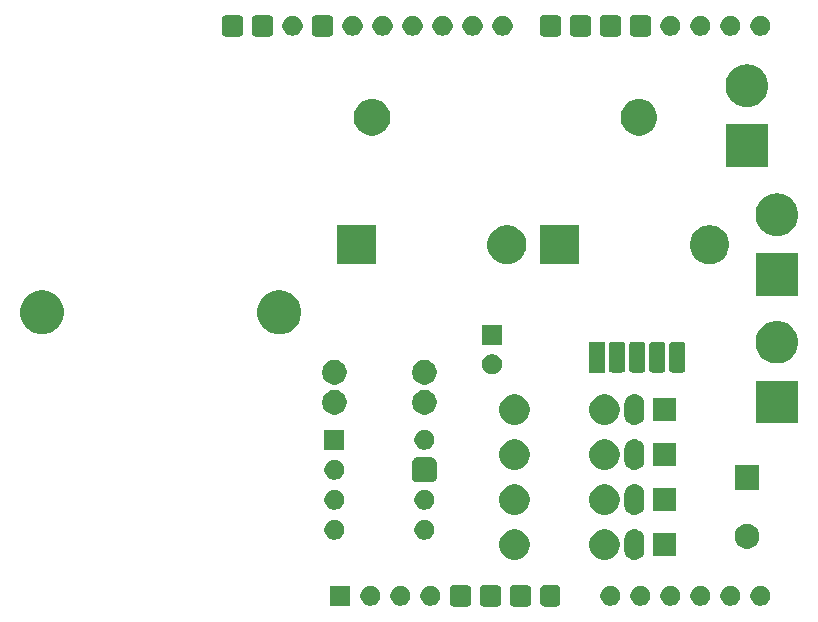
<source format=gts>
G04 #@! TF.GenerationSoftware,KiCad,Pcbnew,5.1.5+dfsg1-2build2*
G04 #@! TF.CreationDate,2020-11-09T00:04:35+01:00*
G04 #@! TF.ProjectId,power-supply,706f7765-722d-4737-9570-706c792e6b69,rev?*
G04 #@! TF.SameCoordinates,PX292dfe0PY1f3f830*
G04 #@! TF.FileFunction,Soldermask,Top*
G04 #@! TF.FilePolarity,Negative*
%FSLAX46Y46*%
G04 Gerber Fmt 4.6, Leading zero omitted, Abs format (unit mm)*
G04 Created by KiCad (PCBNEW 5.1.5+dfsg1-2build2) date 2020-11-09 00:04:35*
%MOMM*%
%LPD*%
G04 APERTURE LIST*
%ADD10C,0.100000*%
G04 APERTURE END LIST*
D10*
G36*
X43018529Y-50395240D02*
G01*
X43093072Y-50417853D01*
X43161784Y-50454580D01*
X43222001Y-50503999D01*
X43271420Y-50564216D01*
X43308147Y-50632928D01*
X43330760Y-50707471D01*
X43339000Y-50791140D01*
X43339000Y-51824860D01*
X43330760Y-51908529D01*
X43308147Y-51983072D01*
X43271420Y-52051784D01*
X43222001Y-52112001D01*
X43161784Y-52161420D01*
X43093072Y-52198147D01*
X43018529Y-52220760D01*
X42934860Y-52229000D01*
X41901140Y-52229000D01*
X41817471Y-52220760D01*
X41742928Y-52198147D01*
X41674216Y-52161420D01*
X41613999Y-52112001D01*
X41564580Y-52051784D01*
X41527853Y-51983072D01*
X41505240Y-51908529D01*
X41497000Y-51824860D01*
X41497000Y-50791140D01*
X41505240Y-50707471D01*
X41527853Y-50632928D01*
X41564580Y-50564216D01*
X41613999Y-50503999D01*
X41674216Y-50454580D01*
X41742928Y-50417853D01*
X41817471Y-50395240D01*
X41901140Y-50387000D01*
X42934860Y-50387000D01*
X43018529Y-50395240D01*
G37*
G36*
X45558529Y-50395240D02*
G01*
X45633072Y-50417853D01*
X45701784Y-50454580D01*
X45762001Y-50503999D01*
X45811420Y-50564216D01*
X45848147Y-50632928D01*
X45870760Y-50707471D01*
X45879000Y-50791140D01*
X45879000Y-51824860D01*
X45870760Y-51908529D01*
X45848147Y-51983072D01*
X45811420Y-52051784D01*
X45762001Y-52112001D01*
X45701784Y-52161420D01*
X45633072Y-52198147D01*
X45558529Y-52220760D01*
X45474860Y-52229000D01*
X44441140Y-52229000D01*
X44357471Y-52220760D01*
X44282928Y-52198147D01*
X44214216Y-52161420D01*
X44153999Y-52112001D01*
X44104580Y-52051784D01*
X44067853Y-51983072D01*
X44045240Y-51908529D01*
X44037000Y-51824860D01*
X44037000Y-50791140D01*
X44045240Y-50707471D01*
X44067853Y-50632928D01*
X44104580Y-50564216D01*
X44153999Y-50503999D01*
X44214216Y-50454580D01*
X44282928Y-50417853D01*
X44357471Y-50395240D01*
X44441140Y-50387000D01*
X45474860Y-50387000D01*
X45558529Y-50395240D01*
G37*
G36*
X40478529Y-50395240D02*
G01*
X40553072Y-50417853D01*
X40621784Y-50454580D01*
X40682001Y-50503999D01*
X40731420Y-50564216D01*
X40768147Y-50632928D01*
X40790760Y-50707471D01*
X40799000Y-50791140D01*
X40799000Y-51824860D01*
X40790760Y-51908529D01*
X40768147Y-51983072D01*
X40731420Y-52051784D01*
X40682001Y-52112001D01*
X40621784Y-52161420D01*
X40553072Y-52198147D01*
X40478529Y-52220760D01*
X40394860Y-52229000D01*
X39361140Y-52229000D01*
X39277471Y-52220760D01*
X39202928Y-52198147D01*
X39134216Y-52161420D01*
X39073999Y-52112001D01*
X39024580Y-52051784D01*
X38987853Y-51983072D01*
X38965240Y-51908529D01*
X38957000Y-51824860D01*
X38957000Y-50791140D01*
X38965240Y-50707471D01*
X38987853Y-50632928D01*
X39024580Y-50564216D01*
X39073999Y-50503999D01*
X39134216Y-50454580D01*
X39202928Y-50417853D01*
X39277471Y-50395240D01*
X39361140Y-50387000D01*
X40394860Y-50387000D01*
X40478529Y-50395240D01*
G37*
G36*
X48056698Y-50394568D02*
G01*
X48124685Y-50415192D01*
X48187335Y-50448679D01*
X48242252Y-50493748D01*
X48287321Y-50548665D01*
X48320808Y-50611315D01*
X48341432Y-50679302D01*
X48349000Y-50756140D01*
X48349000Y-51859860D01*
X48341432Y-51936698D01*
X48320808Y-52004685D01*
X48287321Y-52067335D01*
X48242252Y-52122252D01*
X48187335Y-52167321D01*
X48124685Y-52200808D01*
X48056698Y-52221432D01*
X47979860Y-52229000D01*
X47016140Y-52229000D01*
X46939302Y-52221432D01*
X46871315Y-52200808D01*
X46808665Y-52167321D01*
X46753748Y-52122252D01*
X46708679Y-52067335D01*
X46675192Y-52004685D01*
X46654568Y-51936698D01*
X46647000Y-51859860D01*
X46647000Y-50756140D01*
X46654568Y-50679302D01*
X46675192Y-50611315D01*
X46708679Y-50548665D01*
X46753748Y-50493748D01*
X46808665Y-50448679D01*
X46871315Y-50415192D01*
X46939302Y-50394568D01*
X47016140Y-50387000D01*
X47979860Y-50387000D01*
X48056698Y-50394568D01*
G37*
G36*
X37586228Y-50489703D02*
G01*
X37741100Y-50553853D01*
X37880481Y-50646985D01*
X37999015Y-50765519D01*
X38092147Y-50904900D01*
X38156297Y-51059772D01*
X38189000Y-51224184D01*
X38189000Y-51391816D01*
X38156297Y-51556228D01*
X38092147Y-51711100D01*
X37999015Y-51850481D01*
X37880481Y-51969015D01*
X37741100Y-52062147D01*
X37586228Y-52126297D01*
X37421816Y-52159000D01*
X37254184Y-52159000D01*
X37089772Y-52126297D01*
X36934900Y-52062147D01*
X36795519Y-51969015D01*
X36676985Y-51850481D01*
X36583853Y-51711100D01*
X36519703Y-51556228D01*
X36487000Y-51391816D01*
X36487000Y-51224184D01*
X36519703Y-51059772D01*
X36583853Y-50904900D01*
X36676985Y-50765519D01*
X36795519Y-50646985D01*
X36934900Y-50553853D01*
X37089772Y-50489703D01*
X37254184Y-50457000D01*
X37421816Y-50457000D01*
X37586228Y-50489703D01*
G37*
G36*
X55366228Y-50489703D02*
G01*
X55521100Y-50553853D01*
X55660481Y-50646985D01*
X55779015Y-50765519D01*
X55872147Y-50904900D01*
X55936297Y-51059772D01*
X55969000Y-51224184D01*
X55969000Y-51391816D01*
X55936297Y-51556228D01*
X55872147Y-51711100D01*
X55779015Y-51850481D01*
X55660481Y-51969015D01*
X55521100Y-52062147D01*
X55366228Y-52126297D01*
X55201816Y-52159000D01*
X55034184Y-52159000D01*
X54869772Y-52126297D01*
X54714900Y-52062147D01*
X54575519Y-51969015D01*
X54456985Y-51850481D01*
X54363853Y-51711100D01*
X54299703Y-51556228D01*
X54267000Y-51391816D01*
X54267000Y-51224184D01*
X54299703Y-51059772D01*
X54363853Y-50904900D01*
X54456985Y-50765519D01*
X54575519Y-50646985D01*
X54714900Y-50553853D01*
X54869772Y-50489703D01*
X55034184Y-50457000D01*
X55201816Y-50457000D01*
X55366228Y-50489703D01*
G37*
G36*
X35046228Y-50489703D02*
G01*
X35201100Y-50553853D01*
X35340481Y-50646985D01*
X35459015Y-50765519D01*
X35552147Y-50904900D01*
X35616297Y-51059772D01*
X35649000Y-51224184D01*
X35649000Y-51391816D01*
X35616297Y-51556228D01*
X35552147Y-51711100D01*
X35459015Y-51850481D01*
X35340481Y-51969015D01*
X35201100Y-52062147D01*
X35046228Y-52126297D01*
X34881816Y-52159000D01*
X34714184Y-52159000D01*
X34549772Y-52126297D01*
X34394900Y-52062147D01*
X34255519Y-51969015D01*
X34136985Y-51850481D01*
X34043853Y-51711100D01*
X33979703Y-51556228D01*
X33947000Y-51391816D01*
X33947000Y-51224184D01*
X33979703Y-51059772D01*
X34043853Y-50904900D01*
X34136985Y-50765519D01*
X34255519Y-50646985D01*
X34394900Y-50553853D01*
X34549772Y-50489703D01*
X34714184Y-50457000D01*
X34881816Y-50457000D01*
X35046228Y-50489703D01*
G37*
G36*
X57906228Y-50489703D02*
G01*
X58061100Y-50553853D01*
X58200481Y-50646985D01*
X58319015Y-50765519D01*
X58412147Y-50904900D01*
X58476297Y-51059772D01*
X58509000Y-51224184D01*
X58509000Y-51391816D01*
X58476297Y-51556228D01*
X58412147Y-51711100D01*
X58319015Y-51850481D01*
X58200481Y-51969015D01*
X58061100Y-52062147D01*
X57906228Y-52126297D01*
X57741816Y-52159000D01*
X57574184Y-52159000D01*
X57409772Y-52126297D01*
X57254900Y-52062147D01*
X57115519Y-51969015D01*
X56996985Y-51850481D01*
X56903853Y-51711100D01*
X56839703Y-51556228D01*
X56807000Y-51391816D01*
X56807000Y-51224184D01*
X56839703Y-51059772D01*
X56903853Y-50904900D01*
X56996985Y-50765519D01*
X57115519Y-50646985D01*
X57254900Y-50553853D01*
X57409772Y-50489703D01*
X57574184Y-50457000D01*
X57741816Y-50457000D01*
X57906228Y-50489703D01*
G37*
G36*
X32506228Y-50489703D02*
G01*
X32661100Y-50553853D01*
X32800481Y-50646985D01*
X32919015Y-50765519D01*
X33012147Y-50904900D01*
X33076297Y-51059772D01*
X33109000Y-51224184D01*
X33109000Y-51391816D01*
X33076297Y-51556228D01*
X33012147Y-51711100D01*
X32919015Y-51850481D01*
X32800481Y-51969015D01*
X32661100Y-52062147D01*
X32506228Y-52126297D01*
X32341816Y-52159000D01*
X32174184Y-52159000D01*
X32009772Y-52126297D01*
X31854900Y-52062147D01*
X31715519Y-51969015D01*
X31596985Y-51850481D01*
X31503853Y-51711100D01*
X31439703Y-51556228D01*
X31407000Y-51391816D01*
X31407000Y-51224184D01*
X31439703Y-51059772D01*
X31503853Y-50904900D01*
X31596985Y-50765519D01*
X31715519Y-50646985D01*
X31854900Y-50553853D01*
X32009772Y-50489703D01*
X32174184Y-50457000D01*
X32341816Y-50457000D01*
X32506228Y-50489703D01*
G37*
G36*
X30569000Y-52159000D02*
G01*
X28867000Y-52159000D01*
X28867000Y-50457000D01*
X30569000Y-50457000D01*
X30569000Y-52159000D01*
G37*
G36*
X65526228Y-50489703D02*
G01*
X65681100Y-50553853D01*
X65820481Y-50646985D01*
X65939015Y-50765519D01*
X66032147Y-50904900D01*
X66096297Y-51059772D01*
X66129000Y-51224184D01*
X66129000Y-51391816D01*
X66096297Y-51556228D01*
X66032147Y-51711100D01*
X65939015Y-51850481D01*
X65820481Y-51969015D01*
X65681100Y-52062147D01*
X65526228Y-52126297D01*
X65361816Y-52159000D01*
X65194184Y-52159000D01*
X65029772Y-52126297D01*
X64874900Y-52062147D01*
X64735519Y-51969015D01*
X64616985Y-51850481D01*
X64523853Y-51711100D01*
X64459703Y-51556228D01*
X64427000Y-51391816D01*
X64427000Y-51224184D01*
X64459703Y-51059772D01*
X64523853Y-50904900D01*
X64616985Y-50765519D01*
X64735519Y-50646985D01*
X64874900Y-50553853D01*
X65029772Y-50489703D01*
X65194184Y-50457000D01*
X65361816Y-50457000D01*
X65526228Y-50489703D01*
G37*
G36*
X60446228Y-50489703D02*
G01*
X60601100Y-50553853D01*
X60740481Y-50646985D01*
X60859015Y-50765519D01*
X60952147Y-50904900D01*
X61016297Y-51059772D01*
X61049000Y-51224184D01*
X61049000Y-51391816D01*
X61016297Y-51556228D01*
X60952147Y-51711100D01*
X60859015Y-51850481D01*
X60740481Y-51969015D01*
X60601100Y-52062147D01*
X60446228Y-52126297D01*
X60281816Y-52159000D01*
X60114184Y-52159000D01*
X59949772Y-52126297D01*
X59794900Y-52062147D01*
X59655519Y-51969015D01*
X59536985Y-51850481D01*
X59443853Y-51711100D01*
X59379703Y-51556228D01*
X59347000Y-51391816D01*
X59347000Y-51224184D01*
X59379703Y-51059772D01*
X59443853Y-50904900D01*
X59536985Y-50765519D01*
X59655519Y-50646985D01*
X59794900Y-50553853D01*
X59949772Y-50489703D01*
X60114184Y-50457000D01*
X60281816Y-50457000D01*
X60446228Y-50489703D01*
G37*
G36*
X62986228Y-50489703D02*
G01*
X63141100Y-50553853D01*
X63280481Y-50646985D01*
X63399015Y-50765519D01*
X63492147Y-50904900D01*
X63556297Y-51059772D01*
X63589000Y-51224184D01*
X63589000Y-51391816D01*
X63556297Y-51556228D01*
X63492147Y-51711100D01*
X63399015Y-51850481D01*
X63280481Y-51969015D01*
X63141100Y-52062147D01*
X62986228Y-52126297D01*
X62821816Y-52159000D01*
X62654184Y-52159000D01*
X62489772Y-52126297D01*
X62334900Y-52062147D01*
X62195519Y-51969015D01*
X62076985Y-51850481D01*
X61983853Y-51711100D01*
X61919703Y-51556228D01*
X61887000Y-51391816D01*
X61887000Y-51224184D01*
X61919703Y-51059772D01*
X61983853Y-50904900D01*
X62076985Y-50765519D01*
X62195519Y-50646985D01*
X62334900Y-50553853D01*
X62489772Y-50489703D01*
X62654184Y-50457000D01*
X62821816Y-50457000D01*
X62986228Y-50489703D01*
G37*
G36*
X52826228Y-50489703D02*
G01*
X52981100Y-50553853D01*
X53120481Y-50646985D01*
X53239015Y-50765519D01*
X53332147Y-50904900D01*
X53396297Y-51059772D01*
X53429000Y-51224184D01*
X53429000Y-51391816D01*
X53396297Y-51556228D01*
X53332147Y-51711100D01*
X53239015Y-51850481D01*
X53120481Y-51969015D01*
X52981100Y-52062147D01*
X52826228Y-52126297D01*
X52661816Y-52159000D01*
X52494184Y-52159000D01*
X52329772Y-52126297D01*
X52174900Y-52062147D01*
X52035519Y-51969015D01*
X51916985Y-51850481D01*
X51823853Y-51711100D01*
X51759703Y-51556228D01*
X51727000Y-51391816D01*
X51727000Y-51224184D01*
X51759703Y-51059772D01*
X51823853Y-50904900D01*
X51916985Y-50765519D01*
X52035519Y-50646985D01*
X52174900Y-50553853D01*
X52329772Y-50489703D01*
X52494184Y-50457000D01*
X52661816Y-50457000D01*
X52826228Y-50489703D01*
G37*
G36*
X54776823Y-45701313D02*
G01*
X54937242Y-45749976D01*
X55037969Y-45803816D01*
X55085078Y-45828996D01*
X55214659Y-45935341D01*
X55321004Y-46064922D01*
X55321005Y-46064924D01*
X55400024Y-46212758D01*
X55448687Y-46373177D01*
X55461000Y-46498197D01*
X55461000Y-47481804D01*
X55448687Y-47606823D01*
X55400024Y-47767242D01*
X55329114Y-47899906D01*
X55321004Y-47915078D01*
X55299730Y-47941000D01*
X55214659Y-48044659D01*
X55085077Y-48151005D01*
X54937241Y-48230024D01*
X54776822Y-48278687D01*
X54610000Y-48295117D01*
X54443177Y-48278687D01*
X54282758Y-48230024D01*
X54134924Y-48151005D01*
X54134922Y-48151004D01*
X54005341Y-48044659D01*
X53920270Y-47941000D01*
X53898995Y-47915077D01*
X53819976Y-47767241D01*
X53771313Y-47606822D01*
X53759000Y-47481803D01*
X53759000Y-46498197D01*
X53771314Y-46373177D01*
X53819977Y-46212758D01*
X53898996Y-46064924D01*
X53898997Y-46064922D01*
X54005342Y-45935341D01*
X54134923Y-45828996D01*
X54182032Y-45803816D01*
X54282759Y-45749976D01*
X54443178Y-45701313D01*
X54610000Y-45684883D01*
X54776823Y-45701313D01*
G37*
G36*
X52449487Y-45738996D02*
G01*
X52686253Y-45837068D01*
X52686255Y-45837069D01*
X52882549Y-45968228D01*
X52899339Y-45979447D01*
X53080553Y-46160661D01*
X53222932Y-46373747D01*
X53321004Y-46610513D01*
X53371000Y-46861861D01*
X53371000Y-47118139D01*
X53321004Y-47369487D01*
X53222932Y-47606253D01*
X53222931Y-47606255D01*
X53080553Y-47819339D01*
X52899339Y-48000553D01*
X52686255Y-48142931D01*
X52686254Y-48142932D01*
X52686253Y-48142932D01*
X52449487Y-48241004D01*
X52198139Y-48291000D01*
X51941861Y-48291000D01*
X51690513Y-48241004D01*
X51453747Y-48142932D01*
X51453746Y-48142932D01*
X51453745Y-48142931D01*
X51240661Y-48000553D01*
X51059447Y-47819339D01*
X50917069Y-47606255D01*
X50917068Y-47606253D01*
X50818996Y-47369487D01*
X50769000Y-47118139D01*
X50769000Y-46861861D01*
X50818996Y-46610513D01*
X50917068Y-46373747D01*
X51059447Y-46160661D01*
X51240661Y-45979447D01*
X51257451Y-45968228D01*
X51453745Y-45837069D01*
X51453747Y-45837068D01*
X51690513Y-45738996D01*
X51941861Y-45689000D01*
X52198139Y-45689000D01*
X52449487Y-45738996D01*
G37*
G36*
X44829487Y-45738996D02*
G01*
X45066253Y-45837068D01*
X45066255Y-45837069D01*
X45262549Y-45968228D01*
X45279339Y-45979447D01*
X45460553Y-46160661D01*
X45602932Y-46373747D01*
X45701004Y-46610513D01*
X45751000Y-46861861D01*
X45751000Y-47118139D01*
X45701004Y-47369487D01*
X45602932Y-47606253D01*
X45602931Y-47606255D01*
X45460553Y-47819339D01*
X45279339Y-48000553D01*
X45066255Y-48142931D01*
X45066254Y-48142932D01*
X45066253Y-48142932D01*
X44829487Y-48241004D01*
X44578139Y-48291000D01*
X44321861Y-48291000D01*
X44070513Y-48241004D01*
X43833747Y-48142932D01*
X43833746Y-48142932D01*
X43833745Y-48142931D01*
X43620661Y-48000553D01*
X43439447Y-47819339D01*
X43297069Y-47606255D01*
X43297068Y-47606253D01*
X43198996Y-47369487D01*
X43149000Y-47118139D01*
X43149000Y-46861861D01*
X43198996Y-46610513D01*
X43297068Y-46373747D01*
X43439447Y-46160661D01*
X43620661Y-45979447D01*
X43637451Y-45968228D01*
X43833745Y-45837069D01*
X43833747Y-45837068D01*
X44070513Y-45738996D01*
X44321861Y-45689000D01*
X44578139Y-45689000D01*
X44829487Y-45738996D01*
G37*
G36*
X58101000Y-47941000D02*
G01*
X56199000Y-47941000D01*
X56199000Y-46039000D01*
X58101000Y-46039000D01*
X58101000Y-47941000D01*
G37*
G36*
X64441564Y-45264389D02*
G01*
X64568344Y-45316903D01*
X64632835Y-45343616D01*
X64804973Y-45458635D01*
X64951365Y-45605027D01*
X65066385Y-45777167D01*
X65145611Y-45968436D01*
X65186000Y-46171484D01*
X65186000Y-46378516D01*
X65145611Y-46581564D01*
X65066385Y-46772833D01*
X65066384Y-46772835D01*
X64951365Y-46944973D01*
X64804973Y-47091365D01*
X64632835Y-47206384D01*
X64632834Y-47206385D01*
X64632833Y-47206385D01*
X64441564Y-47285611D01*
X64238516Y-47326000D01*
X64031484Y-47326000D01*
X63828436Y-47285611D01*
X63637167Y-47206385D01*
X63637166Y-47206385D01*
X63637165Y-47206384D01*
X63465027Y-47091365D01*
X63318635Y-46944973D01*
X63203616Y-46772835D01*
X63203615Y-46772833D01*
X63124389Y-46581564D01*
X63084000Y-46378516D01*
X63084000Y-46171484D01*
X63124389Y-45968436D01*
X63203615Y-45777167D01*
X63318635Y-45605027D01*
X63465027Y-45458635D01*
X63637165Y-45343616D01*
X63701656Y-45316903D01*
X63828436Y-45264389D01*
X64031484Y-45224000D01*
X64238516Y-45224000D01*
X64441564Y-45264389D01*
G37*
G36*
X37078228Y-44901703D02*
G01*
X37233100Y-44965853D01*
X37372481Y-45058985D01*
X37491015Y-45177519D01*
X37584147Y-45316900D01*
X37648297Y-45471772D01*
X37681000Y-45636184D01*
X37681000Y-45803816D01*
X37648297Y-45968228D01*
X37584147Y-46123100D01*
X37491015Y-46262481D01*
X37372481Y-46381015D01*
X37233100Y-46474147D01*
X37078228Y-46538297D01*
X36913816Y-46571000D01*
X36746184Y-46571000D01*
X36581772Y-46538297D01*
X36426900Y-46474147D01*
X36287519Y-46381015D01*
X36168985Y-46262481D01*
X36075853Y-46123100D01*
X36011703Y-45968228D01*
X35979000Y-45803816D01*
X35979000Y-45636184D01*
X36011703Y-45471772D01*
X36075853Y-45316900D01*
X36168985Y-45177519D01*
X36287519Y-45058985D01*
X36426900Y-44965853D01*
X36581772Y-44901703D01*
X36746184Y-44869000D01*
X36913816Y-44869000D01*
X37078228Y-44901703D01*
G37*
G36*
X29458228Y-44901703D02*
G01*
X29613100Y-44965853D01*
X29752481Y-45058985D01*
X29871015Y-45177519D01*
X29964147Y-45316900D01*
X30028297Y-45471772D01*
X30061000Y-45636184D01*
X30061000Y-45803816D01*
X30028297Y-45968228D01*
X29964147Y-46123100D01*
X29871015Y-46262481D01*
X29752481Y-46381015D01*
X29613100Y-46474147D01*
X29458228Y-46538297D01*
X29293816Y-46571000D01*
X29126184Y-46571000D01*
X28961772Y-46538297D01*
X28806900Y-46474147D01*
X28667519Y-46381015D01*
X28548985Y-46262481D01*
X28455853Y-46123100D01*
X28391703Y-45968228D01*
X28359000Y-45803816D01*
X28359000Y-45636184D01*
X28391703Y-45471772D01*
X28455853Y-45316900D01*
X28548985Y-45177519D01*
X28667519Y-45058985D01*
X28806900Y-44965853D01*
X28961772Y-44901703D01*
X29126184Y-44869000D01*
X29293816Y-44869000D01*
X29458228Y-44901703D01*
G37*
G36*
X54776823Y-41891313D02*
G01*
X54937242Y-41939976D01*
X55069906Y-42010886D01*
X55085078Y-42018996D01*
X55214659Y-42125341D01*
X55321004Y-42254922D01*
X55321005Y-42254924D01*
X55400024Y-42402758D01*
X55448687Y-42563177D01*
X55461000Y-42688197D01*
X55461000Y-43671804D01*
X55448687Y-43796823D01*
X55400024Y-43957242D01*
X55360599Y-44031000D01*
X55321004Y-44105078D01*
X55299730Y-44131000D01*
X55214659Y-44234659D01*
X55085077Y-44341005D01*
X54937241Y-44420024D01*
X54776822Y-44468687D01*
X54610000Y-44485117D01*
X54443177Y-44468687D01*
X54282758Y-44420024D01*
X54134924Y-44341005D01*
X54134922Y-44341004D01*
X54005341Y-44234659D01*
X53920270Y-44131000D01*
X53898995Y-44105077D01*
X53819976Y-43957241D01*
X53771313Y-43796822D01*
X53759000Y-43671803D01*
X53759000Y-42688197D01*
X53771314Y-42563177D01*
X53819977Y-42402758D01*
X53898996Y-42254924D01*
X53898997Y-42254922D01*
X54005342Y-42125341D01*
X54134923Y-42018996D01*
X54150095Y-42010886D01*
X54282759Y-41939976D01*
X54443178Y-41891313D01*
X54610000Y-41874883D01*
X54776823Y-41891313D01*
G37*
G36*
X52449487Y-41928996D02*
G01*
X52686253Y-42027068D01*
X52686255Y-42027069D01*
X52899339Y-42169447D01*
X53080553Y-42350661D01*
X53222932Y-42563747D01*
X53321004Y-42800513D01*
X53371000Y-43051861D01*
X53371000Y-43308139D01*
X53321004Y-43559487D01*
X53253490Y-43722480D01*
X53222931Y-43796255D01*
X53080553Y-44009339D01*
X52899339Y-44190553D01*
X52686255Y-44332931D01*
X52686254Y-44332932D01*
X52686253Y-44332932D01*
X52449487Y-44431004D01*
X52198139Y-44481000D01*
X51941861Y-44481000D01*
X51690513Y-44431004D01*
X51453747Y-44332932D01*
X51453746Y-44332932D01*
X51453745Y-44332931D01*
X51240661Y-44190553D01*
X51059447Y-44009339D01*
X50917069Y-43796255D01*
X50886510Y-43722480D01*
X50818996Y-43559487D01*
X50769000Y-43308139D01*
X50769000Y-43051861D01*
X50818996Y-42800513D01*
X50917068Y-42563747D01*
X51059447Y-42350661D01*
X51240661Y-42169447D01*
X51453745Y-42027069D01*
X51453747Y-42027068D01*
X51690513Y-41928996D01*
X51941861Y-41879000D01*
X52198139Y-41879000D01*
X52449487Y-41928996D01*
G37*
G36*
X44829487Y-41928996D02*
G01*
X45066253Y-42027068D01*
X45066255Y-42027069D01*
X45279339Y-42169447D01*
X45460553Y-42350661D01*
X45602932Y-42563747D01*
X45701004Y-42800513D01*
X45751000Y-43051861D01*
X45751000Y-43308139D01*
X45701004Y-43559487D01*
X45633490Y-43722480D01*
X45602931Y-43796255D01*
X45460553Y-44009339D01*
X45279339Y-44190553D01*
X45066255Y-44332931D01*
X45066254Y-44332932D01*
X45066253Y-44332932D01*
X44829487Y-44431004D01*
X44578139Y-44481000D01*
X44321861Y-44481000D01*
X44070513Y-44431004D01*
X43833747Y-44332932D01*
X43833746Y-44332932D01*
X43833745Y-44332931D01*
X43620661Y-44190553D01*
X43439447Y-44009339D01*
X43297069Y-43796255D01*
X43266510Y-43722480D01*
X43198996Y-43559487D01*
X43149000Y-43308139D01*
X43149000Y-43051861D01*
X43198996Y-42800513D01*
X43297068Y-42563747D01*
X43439447Y-42350661D01*
X43620661Y-42169447D01*
X43833745Y-42027069D01*
X43833747Y-42027068D01*
X44070513Y-41928996D01*
X44321861Y-41879000D01*
X44578139Y-41879000D01*
X44829487Y-41928996D01*
G37*
G36*
X58101000Y-44131000D02*
G01*
X56199000Y-44131000D01*
X56199000Y-42229000D01*
X58101000Y-42229000D01*
X58101000Y-44131000D01*
G37*
G36*
X37078228Y-42361703D02*
G01*
X37233100Y-42425853D01*
X37372481Y-42518985D01*
X37491015Y-42637519D01*
X37584147Y-42776900D01*
X37648297Y-42931772D01*
X37681000Y-43096184D01*
X37681000Y-43263816D01*
X37648297Y-43428228D01*
X37584147Y-43583100D01*
X37491015Y-43722481D01*
X37372481Y-43841015D01*
X37233100Y-43934147D01*
X37078228Y-43998297D01*
X36913816Y-44031000D01*
X36746184Y-44031000D01*
X36581772Y-43998297D01*
X36426900Y-43934147D01*
X36287519Y-43841015D01*
X36168985Y-43722481D01*
X36075853Y-43583100D01*
X36011703Y-43428228D01*
X35979000Y-43263816D01*
X35979000Y-43096184D01*
X36011703Y-42931772D01*
X36075853Y-42776900D01*
X36168985Y-42637519D01*
X36287519Y-42518985D01*
X36426900Y-42425853D01*
X36581772Y-42361703D01*
X36746184Y-42329000D01*
X36913816Y-42329000D01*
X37078228Y-42361703D01*
G37*
G36*
X29458228Y-42361703D02*
G01*
X29613100Y-42425853D01*
X29752481Y-42518985D01*
X29871015Y-42637519D01*
X29964147Y-42776900D01*
X30028297Y-42931772D01*
X30061000Y-43096184D01*
X30061000Y-43263816D01*
X30028297Y-43428228D01*
X29964147Y-43583100D01*
X29871015Y-43722481D01*
X29752481Y-43841015D01*
X29613100Y-43934147D01*
X29458228Y-43998297D01*
X29293816Y-44031000D01*
X29126184Y-44031000D01*
X28961772Y-43998297D01*
X28806900Y-43934147D01*
X28667519Y-43841015D01*
X28548985Y-43722481D01*
X28455853Y-43583100D01*
X28391703Y-43428228D01*
X28359000Y-43263816D01*
X28359000Y-43096184D01*
X28391703Y-42931772D01*
X28455853Y-42776900D01*
X28548985Y-42637519D01*
X28667519Y-42518985D01*
X28806900Y-42425853D01*
X28961772Y-42361703D01*
X29126184Y-42329000D01*
X29293816Y-42329000D01*
X29458228Y-42361703D01*
G37*
G36*
X65186000Y-42326000D02*
G01*
X63084000Y-42326000D01*
X63084000Y-40224000D01*
X65186000Y-40224000D01*
X65186000Y-42326000D01*
G37*
G36*
X37508210Y-39598489D02*
G01*
X37594950Y-39624802D01*
X37674889Y-39667530D01*
X37744962Y-39725038D01*
X37802470Y-39795111D01*
X37845198Y-39875050D01*
X37871511Y-39961790D01*
X37881000Y-40058140D01*
X37881000Y-41221860D01*
X37871511Y-41318210D01*
X37845198Y-41404950D01*
X37802470Y-41484889D01*
X37744962Y-41554962D01*
X37674889Y-41612470D01*
X37594950Y-41655198D01*
X37508210Y-41681511D01*
X37411860Y-41691000D01*
X36248140Y-41691000D01*
X36151790Y-41681511D01*
X36065050Y-41655198D01*
X35985111Y-41612470D01*
X35915038Y-41554962D01*
X35857530Y-41484889D01*
X35814802Y-41404950D01*
X35788489Y-41318210D01*
X35779000Y-41221860D01*
X35779000Y-40058140D01*
X35788489Y-39961790D01*
X35814802Y-39875050D01*
X35857530Y-39795111D01*
X35915038Y-39725038D01*
X35985111Y-39667530D01*
X36065050Y-39624802D01*
X36151790Y-39598489D01*
X36248140Y-39589000D01*
X37411860Y-39589000D01*
X37508210Y-39598489D01*
G37*
G36*
X29458228Y-39821703D02*
G01*
X29613100Y-39885853D01*
X29752481Y-39978985D01*
X29871015Y-40097519D01*
X29964147Y-40236900D01*
X30028297Y-40391772D01*
X30061000Y-40556184D01*
X30061000Y-40723816D01*
X30028297Y-40888228D01*
X29964147Y-41043100D01*
X29871015Y-41182481D01*
X29752481Y-41301015D01*
X29613100Y-41394147D01*
X29458228Y-41458297D01*
X29293816Y-41491000D01*
X29126184Y-41491000D01*
X28961772Y-41458297D01*
X28806900Y-41394147D01*
X28667519Y-41301015D01*
X28548985Y-41182481D01*
X28455853Y-41043100D01*
X28391703Y-40888228D01*
X28359000Y-40723816D01*
X28359000Y-40556184D01*
X28391703Y-40391772D01*
X28455853Y-40236900D01*
X28548985Y-40097519D01*
X28667519Y-39978985D01*
X28806900Y-39885853D01*
X28961772Y-39821703D01*
X29126184Y-39789000D01*
X29293816Y-39789000D01*
X29458228Y-39821703D01*
G37*
G36*
X54776823Y-38081313D02*
G01*
X54937242Y-38129976D01*
X55037969Y-38183816D01*
X55085078Y-38208996D01*
X55214659Y-38315341D01*
X55321004Y-38444922D01*
X55321005Y-38444924D01*
X55400024Y-38592758D01*
X55448687Y-38753177D01*
X55461000Y-38878197D01*
X55461000Y-39861804D01*
X55448687Y-39986823D01*
X55400024Y-40147242D01*
X55358996Y-40224000D01*
X55321004Y-40295078D01*
X55241649Y-40391772D01*
X55214659Y-40424659D01*
X55085077Y-40531005D01*
X54937241Y-40610024D01*
X54776822Y-40658687D01*
X54610000Y-40675117D01*
X54443177Y-40658687D01*
X54282758Y-40610024D01*
X54134924Y-40531005D01*
X54134922Y-40531004D01*
X54005341Y-40424659D01*
X53978351Y-40391772D01*
X53898995Y-40295077D01*
X53819976Y-40147241D01*
X53771313Y-39986822D01*
X53759000Y-39861803D01*
X53759000Y-38878197D01*
X53771314Y-38753177D01*
X53819977Y-38592758D01*
X53898996Y-38444924D01*
X53898997Y-38444922D01*
X54005342Y-38315341D01*
X54134923Y-38208996D01*
X54182032Y-38183816D01*
X54282759Y-38129976D01*
X54443178Y-38081313D01*
X54610000Y-38064883D01*
X54776823Y-38081313D01*
G37*
G36*
X52449487Y-38118996D02*
G01*
X52686253Y-38217068D01*
X52686255Y-38217069D01*
X52882549Y-38348228D01*
X52899339Y-38359447D01*
X53080553Y-38540661D01*
X53222932Y-38753747D01*
X53321004Y-38990513D01*
X53371000Y-39241861D01*
X53371000Y-39498139D01*
X53321004Y-39749487D01*
X53222932Y-39986253D01*
X53222931Y-39986255D01*
X53080553Y-40199339D01*
X52899339Y-40380553D01*
X52686255Y-40522931D01*
X52686254Y-40522932D01*
X52686253Y-40522932D01*
X52449487Y-40621004D01*
X52198139Y-40671000D01*
X51941861Y-40671000D01*
X51690513Y-40621004D01*
X51453747Y-40522932D01*
X51453746Y-40522932D01*
X51453745Y-40522931D01*
X51240661Y-40380553D01*
X51059447Y-40199339D01*
X50917069Y-39986255D01*
X50917068Y-39986253D01*
X50818996Y-39749487D01*
X50769000Y-39498139D01*
X50769000Y-39241861D01*
X50818996Y-38990513D01*
X50917068Y-38753747D01*
X51059447Y-38540661D01*
X51240661Y-38359447D01*
X51257451Y-38348228D01*
X51453745Y-38217069D01*
X51453747Y-38217068D01*
X51690513Y-38118996D01*
X51941861Y-38069000D01*
X52198139Y-38069000D01*
X52449487Y-38118996D01*
G37*
G36*
X44829487Y-38118996D02*
G01*
X45066253Y-38217068D01*
X45066255Y-38217069D01*
X45262549Y-38348228D01*
X45279339Y-38359447D01*
X45460553Y-38540661D01*
X45602932Y-38753747D01*
X45701004Y-38990513D01*
X45751000Y-39241861D01*
X45751000Y-39498139D01*
X45701004Y-39749487D01*
X45602932Y-39986253D01*
X45602931Y-39986255D01*
X45460553Y-40199339D01*
X45279339Y-40380553D01*
X45066255Y-40522931D01*
X45066254Y-40522932D01*
X45066253Y-40522932D01*
X44829487Y-40621004D01*
X44578139Y-40671000D01*
X44321861Y-40671000D01*
X44070513Y-40621004D01*
X43833747Y-40522932D01*
X43833746Y-40522932D01*
X43833745Y-40522931D01*
X43620661Y-40380553D01*
X43439447Y-40199339D01*
X43297069Y-39986255D01*
X43297068Y-39986253D01*
X43198996Y-39749487D01*
X43149000Y-39498139D01*
X43149000Y-39241861D01*
X43198996Y-38990513D01*
X43297068Y-38753747D01*
X43439447Y-38540661D01*
X43620661Y-38359447D01*
X43637451Y-38348228D01*
X43833745Y-38217069D01*
X43833747Y-38217068D01*
X44070513Y-38118996D01*
X44321861Y-38069000D01*
X44578139Y-38069000D01*
X44829487Y-38118996D01*
G37*
G36*
X58101000Y-40321000D02*
G01*
X56199000Y-40321000D01*
X56199000Y-38419000D01*
X58101000Y-38419000D01*
X58101000Y-40321000D01*
G37*
G36*
X37078228Y-37281703D02*
G01*
X37233100Y-37345853D01*
X37372481Y-37438985D01*
X37491015Y-37557519D01*
X37584147Y-37696900D01*
X37648297Y-37851772D01*
X37681000Y-38016184D01*
X37681000Y-38183816D01*
X37648297Y-38348228D01*
X37584147Y-38503100D01*
X37491015Y-38642481D01*
X37372481Y-38761015D01*
X37233100Y-38854147D01*
X37078228Y-38918297D01*
X36913816Y-38951000D01*
X36746184Y-38951000D01*
X36581772Y-38918297D01*
X36426900Y-38854147D01*
X36287519Y-38761015D01*
X36168985Y-38642481D01*
X36075853Y-38503100D01*
X36011703Y-38348228D01*
X35979000Y-38183816D01*
X35979000Y-38016184D01*
X36011703Y-37851772D01*
X36075853Y-37696900D01*
X36168985Y-37557519D01*
X36287519Y-37438985D01*
X36426900Y-37345853D01*
X36581772Y-37281703D01*
X36746184Y-37249000D01*
X36913816Y-37249000D01*
X37078228Y-37281703D01*
G37*
G36*
X30061000Y-38951000D02*
G01*
X28359000Y-38951000D01*
X28359000Y-37249000D01*
X30061000Y-37249000D01*
X30061000Y-38951000D01*
G37*
G36*
X54776823Y-34271313D02*
G01*
X54937242Y-34319976D01*
X55069906Y-34390886D01*
X55085078Y-34398996D01*
X55214659Y-34505341D01*
X55321004Y-34634922D01*
X55321005Y-34634924D01*
X55400024Y-34782758D01*
X55448687Y-34943177D01*
X55461000Y-35068197D01*
X55461000Y-36051804D01*
X55448687Y-36176823D01*
X55400024Y-36337242D01*
X55329114Y-36469906D01*
X55321004Y-36485078D01*
X55299730Y-36511000D01*
X55214659Y-36614659D01*
X55085077Y-36721005D01*
X54937241Y-36800024D01*
X54776822Y-36848687D01*
X54610000Y-36865117D01*
X54443177Y-36848687D01*
X54282758Y-36800024D01*
X54134924Y-36721005D01*
X54134922Y-36721004D01*
X54005341Y-36614659D01*
X53920270Y-36511000D01*
X53898995Y-36485077D01*
X53819976Y-36337241D01*
X53771313Y-36176822D01*
X53759000Y-36051803D01*
X53759000Y-35068197D01*
X53771314Y-34943177D01*
X53819977Y-34782758D01*
X53898996Y-34634924D01*
X53898997Y-34634922D01*
X54005342Y-34505341D01*
X54134923Y-34398996D01*
X54150095Y-34390886D01*
X54282759Y-34319976D01*
X54443178Y-34271313D01*
X54610000Y-34254883D01*
X54776823Y-34271313D01*
G37*
G36*
X44829487Y-34308996D02*
G01*
X45066253Y-34407068D01*
X45066255Y-34407069D01*
X45279339Y-34549447D01*
X45460553Y-34730661D01*
X45602932Y-34943747D01*
X45701004Y-35180513D01*
X45751000Y-35431861D01*
X45751000Y-35688139D01*
X45701004Y-35939487D01*
X45602932Y-36176253D01*
X45602931Y-36176255D01*
X45460553Y-36389339D01*
X45279339Y-36570553D01*
X45066255Y-36712931D01*
X45066254Y-36712932D01*
X45066253Y-36712932D01*
X44829487Y-36811004D01*
X44578139Y-36861000D01*
X44321861Y-36861000D01*
X44070513Y-36811004D01*
X43833747Y-36712932D01*
X43833746Y-36712932D01*
X43833745Y-36712931D01*
X43620661Y-36570553D01*
X43439447Y-36389339D01*
X43297069Y-36176255D01*
X43297068Y-36176253D01*
X43198996Y-35939487D01*
X43149000Y-35688139D01*
X43149000Y-35431861D01*
X43198996Y-35180513D01*
X43297068Y-34943747D01*
X43439447Y-34730661D01*
X43620661Y-34549447D01*
X43833745Y-34407069D01*
X43833747Y-34407068D01*
X44070513Y-34308996D01*
X44321861Y-34259000D01*
X44578139Y-34259000D01*
X44829487Y-34308996D01*
G37*
G36*
X52449487Y-34308996D02*
G01*
X52686253Y-34407068D01*
X52686255Y-34407069D01*
X52899339Y-34549447D01*
X53080553Y-34730661D01*
X53222932Y-34943747D01*
X53321004Y-35180513D01*
X53371000Y-35431861D01*
X53371000Y-35688139D01*
X53321004Y-35939487D01*
X53222932Y-36176253D01*
X53222931Y-36176255D01*
X53080553Y-36389339D01*
X52899339Y-36570553D01*
X52686255Y-36712931D01*
X52686254Y-36712932D01*
X52686253Y-36712932D01*
X52449487Y-36811004D01*
X52198139Y-36861000D01*
X51941861Y-36861000D01*
X51690513Y-36811004D01*
X51453747Y-36712932D01*
X51453746Y-36712932D01*
X51453745Y-36712931D01*
X51240661Y-36570553D01*
X51059447Y-36389339D01*
X50917069Y-36176255D01*
X50917068Y-36176253D01*
X50818996Y-35939487D01*
X50769000Y-35688139D01*
X50769000Y-35431861D01*
X50818996Y-35180513D01*
X50917068Y-34943747D01*
X51059447Y-34730661D01*
X51240661Y-34549447D01*
X51453745Y-34407069D01*
X51453747Y-34407068D01*
X51690513Y-34308996D01*
X51941861Y-34259000D01*
X52198139Y-34259000D01*
X52449487Y-34308996D01*
G37*
G36*
X68476060Y-36726060D02*
G01*
X64873940Y-36726060D01*
X64873940Y-33123940D01*
X68476060Y-33123940D01*
X68476060Y-36726060D01*
G37*
G36*
X58101000Y-36511000D02*
G01*
X56199000Y-36511000D01*
X56199000Y-34609000D01*
X58101000Y-34609000D01*
X58101000Y-36511000D01*
G37*
G36*
X29516564Y-33914389D02*
G01*
X29707833Y-33993615D01*
X29707835Y-33993616D01*
X29879973Y-34108635D01*
X30026365Y-34255027D01*
X30127956Y-34407068D01*
X30141385Y-34427167D01*
X30220611Y-34618436D01*
X30261000Y-34821484D01*
X30261000Y-35028516D01*
X30220611Y-35231564D01*
X30141385Y-35422833D01*
X30141384Y-35422835D01*
X30026365Y-35594973D01*
X29879973Y-35741365D01*
X29707835Y-35856384D01*
X29707834Y-35856385D01*
X29707833Y-35856385D01*
X29516564Y-35935611D01*
X29313516Y-35976000D01*
X29106484Y-35976000D01*
X28903436Y-35935611D01*
X28712167Y-35856385D01*
X28712166Y-35856385D01*
X28712165Y-35856384D01*
X28540027Y-35741365D01*
X28393635Y-35594973D01*
X28278616Y-35422835D01*
X28278615Y-35422833D01*
X28199389Y-35231564D01*
X28159000Y-35028516D01*
X28159000Y-34821484D01*
X28199389Y-34618436D01*
X28278615Y-34427167D01*
X28292045Y-34407068D01*
X28393635Y-34255027D01*
X28540027Y-34108635D01*
X28712165Y-33993616D01*
X28712167Y-33993615D01*
X28903436Y-33914389D01*
X29106484Y-33874000D01*
X29313516Y-33874000D01*
X29516564Y-33914389D01*
G37*
G36*
X37136564Y-33914389D02*
G01*
X37327833Y-33993615D01*
X37327835Y-33993616D01*
X37499973Y-34108635D01*
X37646365Y-34255027D01*
X37747956Y-34407068D01*
X37761385Y-34427167D01*
X37840611Y-34618436D01*
X37881000Y-34821484D01*
X37881000Y-35028516D01*
X37840611Y-35231564D01*
X37761385Y-35422833D01*
X37761384Y-35422835D01*
X37646365Y-35594973D01*
X37499973Y-35741365D01*
X37327835Y-35856384D01*
X37327834Y-35856385D01*
X37327833Y-35856385D01*
X37136564Y-35935611D01*
X36933516Y-35976000D01*
X36726484Y-35976000D01*
X36523436Y-35935611D01*
X36332167Y-35856385D01*
X36332166Y-35856385D01*
X36332165Y-35856384D01*
X36160027Y-35741365D01*
X36013635Y-35594973D01*
X35898616Y-35422835D01*
X35898615Y-35422833D01*
X35819389Y-35231564D01*
X35779000Y-35028516D01*
X35779000Y-34821484D01*
X35819389Y-34618436D01*
X35898615Y-34427167D01*
X35912045Y-34407068D01*
X36013635Y-34255027D01*
X36160027Y-34108635D01*
X36332165Y-33993616D01*
X36332167Y-33993615D01*
X36523436Y-33914389D01*
X36726484Y-33874000D01*
X36933516Y-33874000D01*
X37136564Y-33914389D01*
G37*
G36*
X37136564Y-31374389D02*
G01*
X37297568Y-31441079D01*
X37327835Y-31453616D01*
X37340041Y-31461772D01*
X37499973Y-31568635D01*
X37646365Y-31715027D01*
X37761385Y-31887167D01*
X37840611Y-32078436D01*
X37881000Y-32281484D01*
X37881000Y-32488516D01*
X37840611Y-32691564D01*
X37761385Y-32882833D01*
X37761384Y-32882835D01*
X37646365Y-33054973D01*
X37499973Y-33201365D01*
X37327835Y-33316384D01*
X37327834Y-33316385D01*
X37327833Y-33316385D01*
X37136564Y-33395611D01*
X36933516Y-33436000D01*
X36726484Y-33436000D01*
X36523436Y-33395611D01*
X36332167Y-33316385D01*
X36332166Y-33316385D01*
X36332165Y-33316384D01*
X36160027Y-33201365D01*
X36013635Y-33054973D01*
X35898616Y-32882835D01*
X35898615Y-32882833D01*
X35819389Y-32691564D01*
X35779000Y-32488516D01*
X35779000Y-32281484D01*
X35819389Y-32078436D01*
X35898615Y-31887167D01*
X36013635Y-31715027D01*
X36160027Y-31568635D01*
X36319959Y-31461772D01*
X36332165Y-31453616D01*
X36362432Y-31441079D01*
X36523436Y-31374389D01*
X36726484Y-31334000D01*
X36933516Y-31334000D01*
X37136564Y-31374389D01*
G37*
G36*
X29516564Y-31374389D02*
G01*
X29677568Y-31441079D01*
X29707835Y-31453616D01*
X29720041Y-31461772D01*
X29879973Y-31568635D01*
X30026365Y-31715027D01*
X30141385Y-31887167D01*
X30220611Y-32078436D01*
X30261000Y-32281484D01*
X30261000Y-32488516D01*
X30220611Y-32691564D01*
X30141385Y-32882833D01*
X30141384Y-32882835D01*
X30026365Y-33054973D01*
X29879973Y-33201365D01*
X29707835Y-33316384D01*
X29707834Y-33316385D01*
X29707833Y-33316385D01*
X29516564Y-33395611D01*
X29313516Y-33436000D01*
X29106484Y-33436000D01*
X28903436Y-33395611D01*
X28712167Y-33316385D01*
X28712166Y-33316385D01*
X28712165Y-33316384D01*
X28540027Y-33201365D01*
X28393635Y-33054973D01*
X28278616Y-32882835D01*
X28278615Y-32882833D01*
X28199389Y-32691564D01*
X28159000Y-32488516D01*
X28159000Y-32281484D01*
X28199389Y-32078436D01*
X28278615Y-31887167D01*
X28393635Y-31715027D01*
X28540027Y-31568635D01*
X28699959Y-31461772D01*
X28712165Y-31453616D01*
X28742432Y-31441079D01*
X28903436Y-31374389D01*
X29106484Y-31334000D01*
X29313516Y-31334000D01*
X29516564Y-31374389D01*
G37*
G36*
X42793228Y-30891703D02*
G01*
X42948100Y-30955853D01*
X43087481Y-31048985D01*
X43206015Y-31167519D01*
X43299147Y-31306900D01*
X43363297Y-31461772D01*
X43396000Y-31626184D01*
X43396000Y-31793816D01*
X43363297Y-31958228D01*
X43299147Y-32113100D01*
X43206015Y-32252481D01*
X43087481Y-32371015D01*
X42948100Y-32464147D01*
X42793228Y-32528297D01*
X42628816Y-32561000D01*
X42461184Y-32561000D01*
X42296772Y-32528297D01*
X42141900Y-32464147D01*
X42002519Y-32371015D01*
X41883985Y-32252481D01*
X41790853Y-32113100D01*
X41726703Y-31958228D01*
X41694000Y-31793816D01*
X41694000Y-31626184D01*
X41726703Y-31461772D01*
X41790853Y-31306900D01*
X41883985Y-31167519D01*
X42002519Y-31048985D01*
X42141900Y-30955853D01*
X42296772Y-30891703D01*
X42461184Y-30859000D01*
X42628816Y-30859000D01*
X42793228Y-30891703D01*
G37*
G36*
X58696597Y-29820007D02*
G01*
X58749342Y-29836007D01*
X58797945Y-29861986D01*
X58840550Y-29896950D01*
X58875514Y-29939555D01*
X58901493Y-29988158D01*
X58917493Y-30040903D01*
X58923500Y-30101891D01*
X58923500Y-32128109D01*
X58917493Y-32189097D01*
X58901493Y-32241842D01*
X58875514Y-32290445D01*
X58840550Y-32333050D01*
X58797945Y-32368014D01*
X58749342Y-32393993D01*
X58696597Y-32409993D01*
X58635609Y-32416000D01*
X57834391Y-32416000D01*
X57773403Y-32409993D01*
X57720658Y-32393993D01*
X57672055Y-32368014D01*
X57629450Y-32333050D01*
X57594486Y-32290445D01*
X57568507Y-32241842D01*
X57552507Y-32189097D01*
X57546500Y-32128109D01*
X57546500Y-30101891D01*
X57552507Y-30040903D01*
X57568507Y-29988158D01*
X57594486Y-29939555D01*
X57629450Y-29896950D01*
X57672055Y-29861986D01*
X57720658Y-29836007D01*
X57773403Y-29820007D01*
X57834391Y-29814000D01*
X58635609Y-29814000D01*
X58696597Y-29820007D01*
G37*
G36*
X56996597Y-29820007D02*
G01*
X57049342Y-29836007D01*
X57097945Y-29861986D01*
X57140550Y-29896950D01*
X57175514Y-29939555D01*
X57201493Y-29988158D01*
X57217493Y-30040903D01*
X57223500Y-30101891D01*
X57223500Y-32128109D01*
X57217493Y-32189097D01*
X57201493Y-32241842D01*
X57175514Y-32290445D01*
X57140550Y-32333050D01*
X57097945Y-32368014D01*
X57049342Y-32393993D01*
X56996597Y-32409993D01*
X56935609Y-32416000D01*
X56134391Y-32416000D01*
X56073403Y-32409993D01*
X56020658Y-32393993D01*
X55972055Y-32368014D01*
X55929450Y-32333050D01*
X55894486Y-32290445D01*
X55868507Y-32241842D01*
X55852507Y-32189097D01*
X55846500Y-32128109D01*
X55846500Y-30101891D01*
X55852507Y-30040903D01*
X55868507Y-29988158D01*
X55894486Y-29939555D01*
X55929450Y-29896950D01*
X55972055Y-29861986D01*
X56020658Y-29836007D01*
X56073403Y-29820007D01*
X56134391Y-29814000D01*
X56935609Y-29814000D01*
X56996597Y-29820007D01*
G37*
G36*
X55296597Y-29820007D02*
G01*
X55349342Y-29836007D01*
X55397945Y-29861986D01*
X55440550Y-29896950D01*
X55475514Y-29939555D01*
X55501493Y-29988158D01*
X55517493Y-30040903D01*
X55523500Y-30101891D01*
X55523500Y-32128109D01*
X55517493Y-32189097D01*
X55501493Y-32241842D01*
X55475514Y-32290445D01*
X55440550Y-32333050D01*
X55397945Y-32368014D01*
X55349342Y-32393993D01*
X55296597Y-32409993D01*
X55235609Y-32416000D01*
X54434391Y-32416000D01*
X54373403Y-32409993D01*
X54320658Y-32393993D01*
X54272055Y-32368014D01*
X54229450Y-32333050D01*
X54194486Y-32290445D01*
X54168507Y-32241842D01*
X54152507Y-32189097D01*
X54146500Y-32128109D01*
X54146500Y-30101891D01*
X54152507Y-30040903D01*
X54168507Y-29988158D01*
X54194486Y-29939555D01*
X54229450Y-29896950D01*
X54272055Y-29861986D01*
X54320658Y-29836007D01*
X54373403Y-29820007D01*
X54434391Y-29814000D01*
X55235609Y-29814000D01*
X55296597Y-29820007D01*
G37*
G36*
X53596597Y-29820007D02*
G01*
X53649342Y-29836007D01*
X53697945Y-29861986D01*
X53740550Y-29896950D01*
X53775514Y-29939555D01*
X53801493Y-29988158D01*
X53817493Y-30040903D01*
X53823500Y-30101891D01*
X53823500Y-32128109D01*
X53817493Y-32189097D01*
X53801493Y-32241842D01*
X53775514Y-32290445D01*
X53740550Y-32333050D01*
X53697945Y-32368014D01*
X53649342Y-32393993D01*
X53596597Y-32409993D01*
X53535609Y-32416000D01*
X52734391Y-32416000D01*
X52673403Y-32409993D01*
X52620658Y-32393993D01*
X52572055Y-32368014D01*
X52529450Y-32333050D01*
X52494486Y-32290445D01*
X52468507Y-32241842D01*
X52452507Y-32189097D01*
X52446500Y-32128109D01*
X52446500Y-30101891D01*
X52452507Y-30040903D01*
X52468507Y-29988158D01*
X52494486Y-29939555D01*
X52529450Y-29896950D01*
X52572055Y-29861986D01*
X52620658Y-29836007D01*
X52673403Y-29820007D01*
X52734391Y-29814000D01*
X53535609Y-29814000D01*
X53596597Y-29820007D01*
G37*
G36*
X52123500Y-32416000D02*
G01*
X50746500Y-32416000D01*
X50746500Y-29814000D01*
X52123500Y-29814000D01*
X52123500Y-32416000D01*
G37*
G36*
X66901905Y-28053789D02*
G01*
X67200350Y-28113153D01*
X67528122Y-28248921D01*
X67823109Y-28446025D01*
X68073975Y-28696891D01*
X68271079Y-28991878D01*
X68406847Y-29319650D01*
X68466211Y-29618095D01*
X68476060Y-29667610D01*
X68476060Y-30022390D01*
X68468380Y-30061000D01*
X68406847Y-30370350D01*
X68271079Y-30698122D01*
X68073975Y-30993109D01*
X67823109Y-31243975D01*
X67528122Y-31441079D01*
X67200350Y-31576847D01*
X66901905Y-31636211D01*
X66852390Y-31646060D01*
X66497610Y-31646060D01*
X66448095Y-31636211D01*
X66149650Y-31576847D01*
X65821878Y-31441079D01*
X65526891Y-31243975D01*
X65276025Y-30993109D01*
X65078921Y-30698122D01*
X64943153Y-30370350D01*
X64881620Y-30061000D01*
X64873940Y-30022390D01*
X64873940Y-29667610D01*
X64883789Y-29618095D01*
X64943153Y-29319650D01*
X65078921Y-28991878D01*
X65276025Y-28696891D01*
X65526891Y-28446025D01*
X65821878Y-28248921D01*
X66149650Y-28113153D01*
X66448095Y-28053789D01*
X66497610Y-28043940D01*
X66852390Y-28043940D01*
X66901905Y-28053789D01*
G37*
G36*
X43396000Y-30061000D02*
G01*
X41694000Y-30061000D01*
X41694000Y-28359000D01*
X43396000Y-28359000D01*
X43396000Y-30061000D01*
G37*
G36*
X24906113Y-25489567D02*
G01*
X25084917Y-25525133D01*
X25224448Y-25582929D01*
X25421776Y-25664664D01*
X25724943Y-25867234D01*
X25982766Y-26125057D01*
X26185336Y-26428224D01*
X26324867Y-26765084D01*
X26396000Y-27122691D01*
X26396000Y-27487309D01*
X26324867Y-27844916D01*
X26185336Y-28181776D01*
X25982766Y-28484943D01*
X25724943Y-28742766D01*
X25421776Y-28945336D01*
X25224448Y-29027071D01*
X25084917Y-29084867D01*
X24906112Y-29120434D01*
X24727309Y-29156000D01*
X24362691Y-29156000D01*
X24183888Y-29120434D01*
X24005083Y-29084867D01*
X23865552Y-29027071D01*
X23668224Y-28945336D01*
X23365057Y-28742766D01*
X23107234Y-28484943D01*
X22904664Y-28181776D01*
X22765133Y-27844916D01*
X22694000Y-27487309D01*
X22694000Y-27122691D01*
X22765133Y-26765084D01*
X22904664Y-26428224D01*
X23107234Y-26125057D01*
X23365057Y-25867234D01*
X23668224Y-25664664D01*
X23865552Y-25582929D01*
X24005083Y-25525133D01*
X24183887Y-25489567D01*
X24362691Y-25454000D01*
X24727309Y-25454000D01*
X24906113Y-25489567D01*
G37*
G36*
X4806113Y-25489567D02*
G01*
X4984917Y-25525133D01*
X5124448Y-25582929D01*
X5321776Y-25664664D01*
X5624943Y-25867234D01*
X5882766Y-26125057D01*
X6085336Y-26428224D01*
X6224867Y-26765084D01*
X6296000Y-27122691D01*
X6296000Y-27487309D01*
X6224867Y-27844916D01*
X6085336Y-28181776D01*
X5882766Y-28484943D01*
X5624943Y-28742766D01*
X5321776Y-28945336D01*
X5124448Y-29027071D01*
X4984917Y-29084867D01*
X4806112Y-29120434D01*
X4627309Y-29156000D01*
X4262691Y-29156000D01*
X4083888Y-29120434D01*
X3905083Y-29084867D01*
X3765552Y-29027071D01*
X3568224Y-28945336D01*
X3265057Y-28742766D01*
X3007234Y-28484943D01*
X2804664Y-28181776D01*
X2665133Y-27844916D01*
X2594000Y-27487309D01*
X2594000Y-27122691D01*
X2665133Y-26765084D01*
X2804664Y-26428224D01*
X3007234Y-26125057D01*
X3265057Y-25867234D01*
X3568224Y-25664664D01*
X3765552Y-25582929D01*
X3905083Y-25525133D01*
X4083887Y-25489567D01*
X4262691Y-25454000D01*
X4627309Y-25454000D01*
X4806113Y-25489567D01*
G37*
G36*
X68476060Y-25931060D02*
G01*
X64873940Y-25931060D01*
X64873940Y-22328940D01*
X68476060Y-22328940D01*
X68476060Y-25931060D01*
G37*
G36*
X44190256Y-19981298D02*
G01*
X44296579Y-20002447D01*
X44597042Y-20126903D01*
X44867451Y-20307585D01*
X45097415Y-20537549D01*
X45260649Y-20781846D01*
X45278098Y-20807960D01*
X45402553Y-21108422D01*
X45466000Y-21427389D01*
X45466000Y-21752611D01*
X45402553Y-22071578D01*
X45295951Y-22328940D01*
X45278097Y-22372042D01*
X45097415Y-22642451D01*
X44867451Y-22872415D01*
X44597042Y-23053097D01*
X44296579Y-23177553D01*
X44190256Y-23198702D01*
X43977611Y-23241000D01*
X43652389Y-23241000D01*
X43439744Y-23198702D01*
X43333421Y-23177553D01*
X43032958Y-23053097D01*
X42762549Y-22872415D01*
X42532585Y-22642451D01*
X42351903Y-22372042D01*
X42334050Y-22328940D01*
X42227447Y-22071578D01*
X42164000Y-21752611D01*
X42164000Y-21427389D01*
X42227447Y-21108422D01*
X42351902Y-20807960D01*
X42369351Y-20781846D01*
X42532585Y-20537549D01*
X42762549Y-20307585D01*
X43032958Y-20126903D01*
X43333421Y-20002447D01*
X43439744Y-19981298D01*
X43652389Y-19939000D01*
X43977611Y-19939000D01*
X44190256Y-19981298D01*
G37*
G36*
X32766000Y-23241000D02*
G01*
X29464000Y-23241000D01*
X29464000Y-19939000D01*
X32766000Y-19939000D01*
X32766000Y-23241000D01*
G37*
G36*
X49911000Y-23241000D02*
G01*
X46609000Y-23241000D01*
X46609000Y-19939000D01*
X49911000Y-19939000D01*
X49911000Y-23241000D01*
G37*
G36*
X61335256Y-19981298D02*
G01*
X61441579Y-20002447D01*
X61742042Y-20126903D01*
X62012451Y-20307585D01*
X62242415Y-20537549D01*
X62405649Y-20781846D01*
X62423098Y-20807960D01*
X62547553Y-21108422D01*
X62611000Y-21427389D01*
X62611000Y-21752611D01*
X62547553Y-22071578D01*
X62440951Y-22328940D01*
X62423097Y-22372042D01*
X62242415Y-22642451D01*
X62012451Y-22872415D01*
X61742042Y-23053097D01*
X61441579Y-23177553D01*
X61335256Y-23198702D01*
X61122611Y-23241000D01*
X60797389Y-23241000D01*
X60584744Y-23198702D01*
X60478421Y-23177553D01*
X60177958Y-23053097D01*
X59907549Y-22872415D01*
X59677585Y-22642451D01*
X59496903Y-22372042D01*
X59479050Y-22328940D01*
X59372447Y-22071578D01*
X59309000Y-21752611D01*
X59309000Y-21427389D01*
X59372447Y-21108422D01*
X59496902Y-20807960D01*
X59514351Y-20781846D01*
X59677585Y-20537549D01*
X59907549Y-20307585D01*
X60177958Y-20126903D01*
X60478421Y-20002447D01*
X60584744Y-19981298D01*
X60797389Y-19939000D01*
X61122611Y-19939000D01*
X61335256Y-19981298D01*
G37*
G36*
X66901905Y-17258789D02*
G01*
X67200350Y-17318153D01*
X67528122Y-17453921D01*
X67823109Y-17651025D01*
X68073975Y-17901891D01*
X68271079Y-18196878D01*
X68406847Y-18524650D01*
X68476060Y-18872611D01*
X68476060Y-19227389D01*
X68406847Y-19575350D01*
X68271079Y-19903122D01*
X68073975Y-20198109D01*
X67823109Y-20448975D01*
X67528122Y-20646079D01*
X67200350Y-20781847D01*
X66901905Y-20841211D01*
X66852390Y-20851060D01*
X66497610Y-20851060D01*
X66448095Y-20841211D01*
X66149650Y-20781847D01*
X65821878Y-20646079D01*
X65526891Y-20448975D01*
X65276025Y-20198109D01*
X65078921Y-19903122D01*
X64943153Y-19575350D01*
X64873940Y-19227389D01*
X64873940Y-18872611D01*
X64943153Y-18524650D01*
X65078921Y-18196878D01*
X65276025Y-17901891D01*
X65526891Y-17651025D01*
X65821878Y-17453921D01*
X66149650Y-17318153D01*
X66448095Y-17258789D01*
X66497610Y-17248940D01*
X66852390Y-17248940D01*
X66901905Y-17258789D01*
G37*
G36*
X65936060Y-15009060D02*
G01*
X62333940Y-15009060D01*
X62333940Y-11406940D01*
X65936060Y-11406940D01*
X65936060Y-15009060D01*
G37*
G36*
X32687585Y-9273802D02*
G01*
X32837410Y-9303604D01*
X33119674Y-9420521D01*
X33373705Y-9590259D01*
X33589741Y-9806295D01*
X33759479Y-10060326D01*
X33876396Y-10342590D01*
X33936000Y-10642240D01*
X33936000Y-10947760D01*
X33876396Y-11247410D01*
X33759479Y-11529674D01*
X33589741Y-11783705D01*
X33373705Y-11999741D01*
X33119674Y-12169479D01*
X32837410Y-12286396D01*
X32687585Y-12316198D01*
X32537761Y-12346000D01*
X32232239Y-12346000D01*
X32082415Y-12316198D01*
X31932590Y-12286396D01*
X31650326Y-12169479D01*
X31396295Y-11999741D01*
X31180259Y-11783705D01*
X31010521Y-11529674D01*
X30893604Y-11247410D01*
X30834000Y-10947760D01*
X30834000Y-10642240D01*
X30893604Y-10342590D01*
X31010521Y-10060326D01*
X31180259Y-9806295D01*
X31396295Y-9590259D01*
X31650326Y-9420521D01*
X31932590Y-9303604D01*
X32082415Y-9273802D01*
X32232239Y-9244000D01*
X32537761Y-9244000D01*
X32687585Y-9273802D01*
G37*
G36*
X55287585Y-9273802D02*
G01*
X55437410Y-9303604D01*
X55719674Y-9420521D01*
X55973705Y-9590259D01*
X56189741Y-9806295D01*
X56359479Y-10060326D01*
X56476396Y-10342590D01*
X56536000Y-10642240D01*
X56536000Y-10947760D01*
X56476396Y-11247410D01*
X56359479Y-11529674D01*
X56189741Y-11783705D01*
X55973705Y-11999741D01*
X55719674Y-12169479D01*
X55437410Y-12286396D01*
X55287585Y-12316198D01*
X55137761Y-12346000D01*
X54832239Y-12346000D01*
X54682415Y-12316198D01*
X54532590Y-12286396D01*
X54250326Y-12169479D01*
X53996295Y-11999741D01*
X53780259Y-11783705D01*
X53610521Y-11529674D01*
X53493604Y-11247410D01*
X53434000Y-10947760D01*
X53434000Y-10642240D01*
X53493604Y-10342590D01*
X53610521Y-10060326D01*
X53780259Y-9806295D01*
X53996295Y-9590259D01*
X54250326Y-9420521D01*
X54532590Y-9303604D01*
X54682415Y-9273802D01*
X54832239Y-9244000D01*
X55137761Y-9244000D01*
X55287585Y-9273802D01*
G37*
G36*
X64361905Y-6336789D02*
G01*
X64660350Y-6396153D01*
X64988122Y-6531921D01*
X65283109Y-6729025D01*
X65533975Y-6979891D01*
X65731079Y-7274878D01*
X65866847Y-7602650D01*
X65936060Y-7950611D01*
X65936060Y-8305389D01*
X65866847Y-8653350D01*
X65731079Y-8981122D01*
X65533975Y-9276109D01*
X65283109Y-9526975D01*
X64988122Y-9724079D01*
X64660350Y-9859847D01*
X64361905Y-9919211D01*
X64312390Y-9929060D01*
X63957610Y-9929060D01*
X63908095Y-9919211D01*
X63609650Y-9859847D01*
X63281878Y-9724079D01*
X62986891Y-9526975D01*
X62736025Y-9276109D01*
X62538921Y-8981122D01*
X62403153Y-8653350D01*
X62333940Y-8305389D01*
X62333940Y-7950611D01*
X62403153Y-7602650D01*
X62538921Y-7274878D01*
X62736025Y-6979891D01*
X62986891Y-6729025D01*
X63281878Y-6531921D01*
X63609650Y-6396153D01*
X63908095Y-6336789D01*
X63957610Y-6326940D01*
X64312390Y-6326940D01*
X64361905Y-6336789D01*
G37*
G36*
X21178529Y-2135240D02*
G01*
X21253072Y-2157853D01*
X21321784Y-2194580D01*
X21382001Y-2243999D01*
X21431420Y-2304216D01*
X21468147Y-2372928D01*
X21490760Y-2447471D01*
X21499000Y-2531140D01*
X21499000Y-3564860D01*
X21490760Y-3648529D01*
X21468147Y-3723072D01*
X21431420Y-3791784D01*
X21382001Y-3852001D01*
X21321784Y-3901420D01*
X21253072Y-3938147D01*
X21178529Y-3960760D01*
X21094860Y-3969000D01*
X20061140Y-3969000D01*
X19977471Y-3960760D01*
X19902928Y-3938147D01*
X19834216Y-3901420D01*
X19773999Y-3852001D01*
X19724580Y-3791784D01*
X19687853Y-3723072D01*
X19665240Y-3648529D01*
X19657000Y-3564860D01*
X19657000Y-2531140D01*
X19665240Y-2447471D01*
X19687853Y-2372928D01*
X19724580Y-2304216D01*
X19773999Y-2243999D01*
X19834216Y-2194580D01*
X19902928Y-2157853D01*
X19977471Y-2135240D01*
X20061140Y-2127000D01*
X21094860Y-2127000D01*
X21178529Y-2135240D01*
G37*
G36*
X23718529Y-2135240D02*
G01*
X23793072Y-2157853D01*
X23861784Y-2194580D01*
X23922001Y-2243999D01*
X23971420Y-2304216D01*
X24008147Y-2372928D01*
X24030760Y-2447471D01*
X24039000Y-2531140D01*
X24039000Y-3564860D01*
X24030760Y-3648529D01*
X24008147Y-3723072D01*
X23971420Y-3791784D01*
X23922001Y-3852001D01*
X23861784Y-3901420D01*
X23793072Y-3938147D01*
X23718529Y-3960760D01*
X23634860Y-3969000D01*
X22601140Y-3969000D01*
X22517471Y-3960760D01*
X22442928Y-3938147D01*
X22374216Y-3901420D01*
X22313999Y-3852001D01*
X22264580Y-3791784D01*
X22227853Y-3723072D01*
X22205240Y-3648529D01*
X22197000Y-3564860D01*
X22197000Y-2531140D01*
X22205240Y-2447471D01*
X22227853Y-2372928D01*
X22264580Y-2304216D01*
X22313999Y-2243999D01*
X22374216Y-2194580D01*
X22442928Y-2157853D01*
X22517471Y-2135240D01*
X22601140Y-2127000D01*
X23634860Y-2127000D01*
X23718529Y-2135240D01*
G37*
G36*
X55718529Y-2135240D02*
G01*
X55793072Y-2157853D01*
X55861784Y-2194580D01*
X55922001Y-2243999D01*
X55971420Y-2304216D01*
X56008147Y-2372928D01*
X56030760Y-2447471D01*
X56039000Y-2531140D01*
X56039000Y-3564860D01*
X56030760Y-3648529D01*
X56008147Y-3723072D01*
X55971420Y-3791784D01*
X55922001Y-3852001D01*
X55861784Y-3901420D01*
X55793072Y-3938147D01*
X55718529Y-3960760D01*
X55634860Y-3969000D01*
X54601140Y-3969000D01*
X54517471Y-3960760D01*
X54442928Y-3938147D01*
X54374216Y-3901420D01*
X54313999Y-3852001D01*
X54264580Y-3791784D01*
X54227853Y-3723072D01*
X54205240Y-3648529D01*
X54197000Y-3564860D01*
X54197000Y-2531140D01*
X54205240Y-2447471D01*
X54227853Y-2372928D01*
X54264580Y-2304216D01*
X54313999Y-2243999D01*
X54374216Y-2194580D01*
X54442928Y-2157853D01*
X54517471Y-2135240D01*
X54601140Y-2127000D01*
X55634860Y-2127000D01*
X55718529Y-2135240D01*
G37*
G36*
X53178529Y-2135240D02*
G01*
X53253072Y-2157853D01*
X53321784Y-2194580D01*
X53382001Y-2243999D01*
X53431420Y-2304216D01*
X53468147Y-2372928D01*
X53490760Y-2447471D01*
X53499000Y-2531140D01*
X53499000Y-3564860D01*
X53490760Y-3648529D01*
X53468147Y-3723072D01*
X53431420Y-3791784D01*
X53382001Y-3852001D01*
X53321784Y-3901420D01*
X53253072Y-3938147D01*
X53178529Y-3960760D01*
X53094860Y-3969000D01*
X52061140Y-3969000D01*
X51977471Y-3960760D01*
X51902928Y-3938147D01*
X51834216Y-3901420D01*
X51773999Y-3852001D01*
X51724580Y-3791784D01*
X51687853Y-3723072D01*
X51665240Y-3648529D01*
X51657000Y-3564860D01*
X51657000Y-2531140D01*
X51665240Y-2447471D01*
X51687853Y-2372928D01*
X51724580Y-2304216D01*
X51773999Y-2243999D01*
X51834216Y-2194580D01*
X51902928Y-2157853D01*
X51977471Y-2135240D01*
X52061140Y-2127000D01*
X53094860Y-2127000D01*
X53178529Y-2135240D01*
G37*
G36*
X50638529Y-2135240D02*
G01*
X50713072Y-2157853D01*
X50781784Y-2194580D01*
X50842001Y-2243999D01*
X50891420Y-2304216D01*
X50928147Y-2372928D01*
X50950760Y-2447471D01*
X50959000Y-2531140D01*
X50959000Y-3564860D01*
X50950760Y-3648529D01*
X50928147Y-3723072D01*
X50891420Y-3791784D01*
X50842001Y-3852001D01*
X50781784Y-3901420D01*
X50713072Y-3938147D01*
X50638529Y-3960760D01*
X50554860Y-3969000D01*
X49521140Y-3969000D01*
X49437471Y-3960760D01*
X49362928Y-3938147D01*
X49294216Y-3901420D01*
X49233999Y-3852001D01*
X49184580Y-3791784D01*
X49147853Y-3723072D01*
X49125240Y-3648529D01*
X49117000Y-3564860D01*
X49117000Y-2531140D01*
X49125240Y-2447471D01*
X49147853Y-2372928D01*
X49184580Y-2304216D01*
X49233999Y-2243999D01*
X49294216Y-2194580D01*
X49362928Y-2157853D01*
X49437471Y-2135240D01*
X49521140Y-2127000D01*
X50554860Y-2127000D01*
X50638529Y-2135240D01*
G37*
G36*
X48098529Y-2135240D02*
G01*
X48173072Y-2157853D01*
X48241784Y-2194580D01*
X48302001Y-2243999D01*
X48351420Y-2304216D01*
X48388147Y-2372928D01*
X48410760Y-2447471D01*
X48419000Y-2531140D01*
X48419000Y-3564860D01*
X48410760Y-3648529D01*
X48388147Y-3723072D01*
X48351420Y-3791784D01*
X48302001Y-3852001D01*
X48241784Y-3901420D01*
X48173072Y-3938147D01*
X48098529Y-3960760D01*
X48014860Y-3969000D01*
X46981140Y-3969000D01*
X46897471Y-3960760D01*
X46822928Y-3938147D01*
X46754216Y-3901420D01*
X46693999Y-3852001D01*
X46644580Y-3791784D01*
X46607853Y-3723072D01*
X46585240Y-3648529D01*
X46577000Y-3564860D01*
X46577000Y-2531140D01*
X46585240Y-2447471D01*
X46607853Y-2372928D01*
X46644580Y-2304216D01*
X46693999Y-2243999D01*
X46754216Y-2194580D01*
X46822928Y-2157853D01*
X46897471Y-2135240D01*
X46981140Y-2127000D01*
X48014860Y-2127000D01*
X48098529Y-2135240D01*
G37*
G36*
X28798529Y-2135240D02*
G01*
X28873072Y-2157853D01*
X28941784Y-2194580D01*
X29002001Y-2243999D01*
X29051420Y-2304216D01*
X29088147Y-2372928D01*
X29110760Y-2447471D01*
X29119000Y-2531140D01*
X29119000Y-3564860D01*
X29110760Y-3648529D01*
X29088147Y-3723072D01*
X29051420Y-3791784D01*
X29002001Y-3852001D01*
X28941784Y-3901420D01*
X28873072Y-3938147D01*
X28798529Y-3960760D01*
X28714860Y-3969000D01*
X27681140Y-3969000D01*
X27597471Y-3960760D01*
X27522928Y-3938147D01*
X27454216Y-3901420D01*
X27393999Y-3852001D01*
X27344580Y-3791784D01*
X27307853Y-3723072D01*
X27285240Y-3648529D01*
X27277000Y-3564860D01*
X27277000Y-2531140D01*
X27285240Y-2447471D01*
X27307853Y-2372928D01*
X27344580Y-2304216D01*
X27393999Y-2243999D01*
X27454216Y-2194580D01*
X27522928Y-2157853D01*
X27597471Y-2135240D01*
X27681140Y-2127000D01*
X28714860Y-2127000D01*
X28798529Y-2135240D01*
G37*
G36*
X65526228Y-2229703D02*
G01*
X65681100Y-2293853D01*
X65820481Y-2386985D01*
X65939015Y-2505519D01*
X66032147Y-2644900D01*
X66096297Y-2799772D01*
X66129000Y-2964184D01*
X66129000Y-3131816D01*
X66096297Y-3296228D01*
X66032147Y-3451100D01*
X65939015Y-3590481D01*
X65820481Y-3709015D01*
X65681100Y-3802147D01*
X65526228Y-3866297D01*
X65361816Y-3899000D01*
X65194184Y-3899000D01*
X65029772Y-3866297D01*
X64874900Y-3802147D01*
X64735519Y-3709015D01*
X64616985Y-3590481D01*
X64523853Y-3451100D01*
X64459703Y-3296228D01*
X64427000Y-3131816D01*
X64427000Y-2964184D01*
X64459703Y-2799772D01*
X64523853Y-2644900D01*
X64616985Y-2505519D01*
X64735519Y-2386985D01*
X64874900Y-2293853D01*
X65029772Y-2229703D01*
X65194184Y-2197000D01*
X65361816Y-2197000D01*
X65526228Y-2229703D01*
G37*
G36*
X25906228Y-2229703D02*
G01*
X26061100Y-2293853D01*
X26200481Y-2386985D01*
X26319015Y-2505519D01*
X26412147Y-2644900D01*
X26476297Y-2799772D01*
X26509000Y-2964184D01*
X26509000Y-3131816D01*
X26476297Y-3296228D01*
X26412147Y-3451100D01*
X26319015Y-3590481D01*
X26200481Y-3709015D01*
X26061100Y-3802147D01*
X25906228Y-3866297D01*
X25741816Y-3899000D01*
X25574184Y-3899000D01*
X25409772Y-3866297D01*
X25254900Y-3802147D01*
X25115519Y-3709015D01*
X24996985Y-3590481D01*
X24903853Y-3451100D01*
X24839703Y-3296228D01*
X24807000Y-3131816D01*
X24807000Y-2964184D01*
X24839703Y-2799772D01*
X24903853Y-2644900D01*
X24996985Y-2505519D01*
X25115519Y-2386985D01*
X25254900Y-2293853D01*
X25409772Y-2229703D01*
X25574184Y-2197000D01*
X25741816Y-2197000D01*
X25906228Y-2229703D01*
G37*
G36*
X30986228Y-2229703D02*
G01*
X31141100Y-2293853D01*
X31280481Y-2386985D01*
X31399015Y-2505519D01*
X31492147Y-2644900D01*
X31556297Y-2799772D01*
X31589000Y-2964184D01*
X31589000Y-3131816D01*
X31556297Y-3296228D01*
X31492147Y-3451100D01*
X31399015Y-3590481D01*
X31280481Y-3709015D01*
X31141100Y-3802147D01*
X30986228Y-3866297D01*
X30821816Y-3899000D01*
X30654184Y-3899000D01*
X30489772Y-3866297D01*
X30334900Y-3802147D01*
X30195519Y-3709015D01*
X30076985Y-3590481D01*
X29983853Y-3451100D01*
X29919703Y-3296228D01*
X29887000Y-3131816D01*
X29887000Y-2964184D01*
X29919703Y-2799772D01*
X29983853Y-2644900D01*
X30076985Y-2505519D01*
X30195519Y-2386985D01*
X30334900Y-2293853D01*
X30489772Y-2229703D01*
X30654184Y-2197000D01*
X30821816Y-2197000D01*
X30986228Y-2229703D01*
G37*
G36*
X60446228Y-2229703D02*
G01*
X60601100Y-2293853D01*
X60740481Y-2386985D01*
X60859015Y-2505519D01*
X60952147Y-2644900D01*
X61016297Y-2799772D01*
X61049000Y-2964184D01*
X61049000Y-3131816D01*
X61016297Y-3296228D01*
X60952147Y-3451100D01*
X60859015Y-3590481D01*
X60740481Y-3709015D01*
X60601100Y-3802147D01*
X60446228Y-3866297D01*
X60281816Y-3899000D01*
X60114184Y-3899000D01*
X59949772Y-3866297D01*
X59794900Y-3802147D01*
X59655519Y-3709015D01*
X59536985Y-3590481D01*
X59443853Y-3451100D01*
X59379703Y-3296228D01*
X59347000Y-3131816D01*
X59347000Y-2964184D01*
X59379703Y-2799772D01*
X59443853Y-2644900D01*
X59536985Y-2505519D01*
X59655519Y-2386985D01*
X59794900Y-2293853D01*
X59949772Y-2229703D01*
X60114184Y-2197000D01*
X60281816Y-2197000D01*
X60446228Y-2229703D01*
G37*
G36*
X33526228Y-2229703D02*
G01*
X33681100Y-2293853D01*
X33820481Y-2386985D01*
X33939015Y-2505519D01*
X34032147Y-2644900D01*
X34096297Y-2799772D01*
X34129000Y-2964184D01*
X34129000Y-3131816D01*
X34096297Y-3296228D01*
X34032147Y-3451100D01*
X33939015Y-3590481D01*
X33820481Y-3709015D01*
X33681100Y-3802147D01*
X33526228Y-3866297D01*
X33361816Y-3899000D01*
X33194184Y-3899000D01*
X33029772Y-3866297D01*
X32874900Y-3802147D01*
X32735519Y-3709015D01*
X32616985Y-3590481D01*
X32523853Y-3451100D01*
X32459703Y-3296228D01*
X32427000Y-3131816D01*
X32427000Y-2964184D01*
X32459703Y-2799772D01*
X32523853Y-2644900D01*
X32616985Y-2505519D01*
X32735519Y-2386985D01*
X32874900Y-2293853D01*
X33029772Y-2229703D01*
X33194184Y-2197000D01*
X33361816Y-2197000D01*
X33526228Y-2229703D01*
G37*
G36*
X57906228Y-2229703D02*
G01*
X58061100Y-2293853D01*
X58200481Y-2386985D01*
X58319015Y-2505519D01*
X58412147Y-2644900D01*
X58476297Y-2799772D01*
X58509000Y-2964184D01*
X58509000Y-3131816D01*
X58476297Y-3296228D01*
X58412147Y-3451100D01*
X58319015Y-3590481D01*
X58200481Y-3709015D01*
X58061100Y-3802147D01*
X57906228Y-3866297D01*
X57741816Y-3899000D01*
X57574184Y-3899000D01*
X57409772Y-3866297D01*
X57254900Y-3802147D01*
X57115519Y-3709015D01*
X56996985Y-3590481D01*
X56903853Y-3451100D01*
X56839703Y-3296228D01*
X56807000Y-3131816D01*
X56807000Y-2964184D01*
X56839703Y-2799772D01*
X56903853Y-2644900D01*
X56996985Y-2505519D01*
X57115519Y-2386985D01*
X57254900Y-2293853D01*
X57409772Y-2229703D01*
X57574184Y-2197000D01*
X57741816Y-2197000D01*
X57906228Y-2229703D01*
G37*
G36*
X36066228Y-2229703D02*
G01*
X36221100Y-2293853D01*
X36360481Y-2386985D01*
X36479015Y-2505519D01*
X36572147Y-2644900D01*
X36636297Y-2799772D01*
X36669000Y-2964184D01*
X36669000Y-3131816D01*
X36636297Y-3296228D01*
X36572147Y-3451100D01*
X36479015Y-3590481D01*
X36360481Y-3709015D01*
X36221100Y-3802147D01*
X36066228Y-3866297D01*
X35901816Y-3899000D01*
X35734184Y-3899000D01*
X35569772Y-3866297D01*
X35414900Y-3802147D01*
X35275519Y-3709015D01*
X35156985Y-3590481D01*
X35063853Y-3451100D01*
X34999703Y-3296228D01*
X34967000Y-3131816D01*
X34967000Y-2964184D01*
X34999703Y-2799772D01*
X35063853Y-2644900D01*
X35156985Y-2505519D01*
X35275519Y-2386985D01*
X35414900Y-2293853D01*
X35569772Y-2229703D01*
X35734184Y-2197000D01*
X35901816Y-2197000D01*
X36066228Y-2229703D01*
G37*
G36*
X38606228Y-2229703D02*
G01*
X38761100Y-2293853D01*
X38900481Y-2386985D01*
X39019015Y-2505519D01*
X39112147Y-2644900D01*
X39176297Y-2799772D01*
X39209000Y-2964184D01*
X39209000Y-3131816D01*
X39176297Y-3296228D01*
X39112147Y-3451100D01*
X39019015Y-3590481D01*
X38900481Y-3709015D01*
X38761100Y-3802147D01*
X38606228Y-3866297D01*
X38441816Y-3899000D01*
X38274184Y-3899000D01*
X38109772Y-3866297D01*
X37954900Y-3802147D01*
X37815519Y-3709015D01*
X37696985Y-3590481D01*
X37603853Y-3451100D01*
X37539703Y-3296228D01*
X37507000Y-3131816D01*
X37507000Y-2964184D01*
X37539703Y-2799772D01*
X37603853Y-2644900D01*
X37696985Y-2505519D01*
X37815519Y-2386985D01*
X37954900Y-2293853D01*
X38109772Y-2229703D01*
X38274184Y-2197000D01*
X38441816Y-2197000D01*
X38606228Y-2229703D01*
G37*
G36*
X41146228Y-2229703D02*
G01*
X41301100Y-2293853D01*
X41440481Y-2386985D01*
X41559015Y-2505519D01*
X41652147Y-2644900D01*
X41716297Y-2799772D01*
X41749000Y-2964184D01*
X41749000Y-3131816D01*
X41716297Y-3296228D01*
X41652147Y-3451100D01*
X41559015Y-3590481D01*
X41440481Y-3709015D01*
X41301100Y-3802147D01*
X41146228Y-3866297D01*
X40981816Y-3899000D01*
X40814184Y-3899000D01*
X40649772Y-3866297D01*
X40494900Y-3802147D01*
X40355519Y-3709015D01*
X40236985Y-3590481D01*
X40143853Y-3451100D01*
X40079703Y-3296228D01*
X40047000Y-3131816D01*
X40047000Y-2964184D01*
X40079703Y-2799772D01*
X40143853Y-2644900D01*
X40236985Y-2505519D01*
X40355519Y-2386985D01*
X40494900Y-2293853D01*
X40649772Y-2229703D01*
X40814184Y-2197000D01*
X40981816Y-2197000D01*
X41146228Y-2229703D01*
G37*
G36*
X43686228Y-2229703D02*
G01*
X43841100Y-2293853D01*
X43980481Y-2386985D01*
X44099015Y-2505519D01*
X44192147Y-2644900D01*
X44256297Y-2799772D01*
X44289000Y-2964184D01*
X44289000Y-3131816D01*
X44256297Y-3296228D01*
X44192147Y-3451100D01*
X44099015Y-3590481D01*
X43980481Y-3709015D01*
X43841100Y-3802147D01*
X43686228Y-3866297D01*
X43521816Y-3899000D01*
X43354184Y-3899000D01*
X43189772Y-3866297D01*
X43034900Y-3802147D01*
X42895519Y-3709015D01*
X42776985Y-3590481D01*
X42683853Y-3451100D01*
X42619703Y-3296228D01*
X42587000Y-3131816D01*
X42587000Y-2964184D01*
X42619703Y-2799772D01*
X42683853Y-2644900D01*
X42776985Y-2505519D01*
X42895519Y-2386985D01*
X43034900Y-2293853D01*
X43189772Y-2229703D01*
X43354184Y-2197000D01*
X43521816Y-2197000D01*
X43686228Y-2229703D01*
G37*
G36*
X62986228Y-2229703D02*
G01*
X63141100Y-2293853D01*
X63280481Y-2386985D01*
X63399015Y-2505519D01*
X63492147Y-2644900D01*
X63556297Y-2799772D01*
X63589000Y-2964184D01*
X63589000Y-3131816D01*
X63556297Y-3296228D01*
X63492147Y-3451100D01*
X63399015Y-3590481D01*
X63280481Y-3709015D01*
X63141100Y-3802147D01*
X62986228Y-3866297D01*
X62821816Y-3899000D01*
X62654184Y-3899000D01*
X62489772Y-3866297D01*
X62334900Y-3802147D01*
X62195519Y-3709015D01*
X62076985Y-3590481D01*
X61983853Y-3451100D01*
X61919703Y-3296228D01*
X61887000Y-3131816D01*
X61887000Y-2964184D01*
X61919703Y-2799772D01*
X61983853Y-2644900D01*
X62076985Y-2505519D01*
X62195519Y-2386985D01*
X62334900Y-2293853D01*
X62489772Y-2229703D01*
X62654184Y-2197000D01*
X62821816Y-2197000D01*
X62986228Y-2229703D01*
G37*
M02*

</source>
